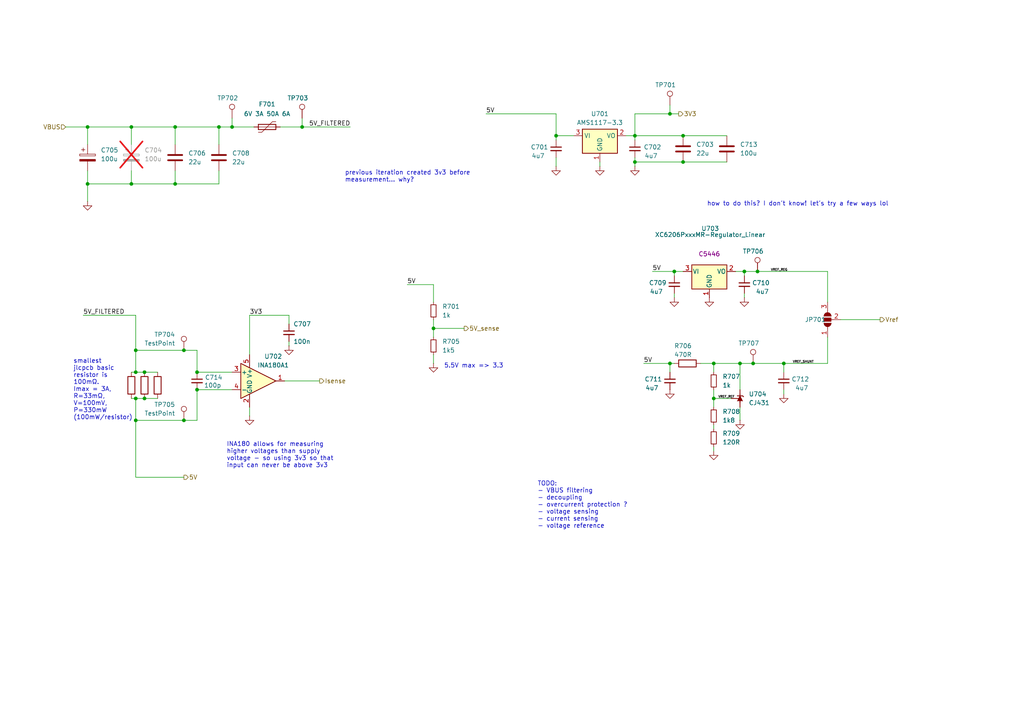
<source format=kicad_sch>
(kicad_sch (version 20231120) (generator "eeschema") (generator_version "8.0")
  (paper "A4")
  (lib_symbols
    (symbol "Amplifier_Current:INA180A1" (pin_names (offset 0.127))
      (property "Reference" "U" (at 3.81 3.81 0))
      (property "Value" "INA180A1" (at 3.81 -2.54 0))
      (symbol "INA180A1_0_1"
        (polyline (pts (xy 5.08 0) (xy -5.08 5.08) (xy -5.08 -5.08) (xy 5.08 0)) (stroke (width 0.254)) (fill (type background)))
      )
      (symbol "INA180A1_1_1"
        (pin output line (at 7.62 0 180) (length 2.54) (name "~") (number "1"))
        (pin power_in line (at -2.54 -7.62 90) (length 3.81) (name "GND") (number "2"))
        (pin input line (at -7.62 2.54 0) (length 2.54) (name "+") (number "3"))
        (pin input line (at -7.62 -2.54 0) (length 2.54) (name "-") (number "4"))
        (pin power_in line (at -2.54 7.62 270) (length 3.81) (name "V+") (number "5"))
      )
    )
    (symbol "Connector:TestPoint" (pin_numbers hide) (pin_names (offset 0.762) hide)
      (property "Reference" "TP" (at 0 6.858 0))
      (property "Value" "TestPoint" (at 0 5.08 0))
      (symbol "TestPoint_0_1"
        (circle (center 0 3.302) (radius 0.762))
      )
      (symbol "TestPoint_1_1"
        (pin passive line (at 0 0 90) (length 2.54) (name "1") (number "1"))
      )
    )
    (symbol "Device:C" (pin_numbers hide) (pin_names (offset 0.254))
      (property "Reference" "C" (at 0.635 2.54 0))
      (property "Value" "C" (at 0.635 -2.54 0))
      (symbol "C_0_1"
        (polyline (pts (xy -2.032 -0.762) (xy 2.032 -0.762)) (stroke (width 0.508)))
        (polyline (pts (xy -2.032 0.762) (xy 2.032 0.762)) (stroke (width 0.508)))
      )
      (symbol "C_1_1"
        (pin passive line (at 0 3.81 270) (length 2.794) (name "~") (number "1"))
        (pin passive line (at 0 -3.81 90) (length 2.794) (name "~") (number "2"))
      )
    )
    (symbol "Device:C_Polarized" (pin_numbers hide) (pin_names (offset 0.254))
      (property "Reference" "C" (at 0.635 2.54 0))
      (property "Value" "C_Polarized" (at 0.635 -2.54 0))
      (symbol "C_Polarized_0_1"
        (rectangle (start -2.286 0.508) (end 2.286 1.016))
        (polyline (pts (xy -1.778 2.286) (xy -0.762 2.286)))
        (polyline (pts (xy -1.27 2.794) (xy -1.27 1.778)))
        (rectangle (start 2.286 -0.508) (end -2.286 -1.016) (fill (type outline)))
      )
      (symbol "C_Polarized_1_1"
        (pin passive line (at 0 3.81 270) (length 2.794) (name "~") (number "1"))
        (pin passive line (at 0 -3.81 90) (length 2.794) (name "~") (number "2"))
      )
    )
    (symbol "Device:C_Small" (pin_numbers hide) (pin_names (offset 0.254) hide)
      (property "Reference" "C" (at 0.254 1.778 0))
      (property "Value" "C_Small" (at 0.254 -2.032 0))
      (symbol "C_Small_0_1"
        (polyline (pts (xy -1.524 -0.508) (xy 1.524 -0.508)) (stroke (width 0.3302)))
        (polyline (pts (xy -1.524 0.508) (xy 1.524 0.508)) (stroke (width 0.3048)))
      )
      (symbol "C_Small_1_1"
        (pin passive line (at 0 2.54 270) (length 2.032) (name "~") (number "1"))
        (pin passive line (at 0 -2.54 90) (length 2.032) (name "~") (number "2"))
      )
    )
    (symbol "Device:Polyfuse" (pin_numbers hide) (pin_names (offset 0))
      (property "Reference" "F" (at -2.54 0 90))
      (property "Value" "Polyfuse" (at 2.54 0 90))
      (symbol "Polyfuse_0_1"
        (rectangle (start -0.762 2.54) (end 0.762 -2.54) (stroke (width 0.254)))
        (polyline (pts (xy 0 2.54) (xy 0 -2.54)))
        (polyline (pts (xy -1.524 2.54) (xy -1.524 1.524) (xy 1.524 -1.524) (xy 1.524 -2.54)))
      )
      (symbol "Polyfuse_1_1"
        (pin passive line (at 0 3.81 270) (length 1.27) (name "~") (number "1"))
        (pin passive line (at 0 -3.81 90) (length 1.27) (name "~") (number "2"))
      )
    )
    (symbol "Device:R" (pin_numbers hide) (pin_names (offset 0))
      (property "Reference" "R" (at 2.032 0 90))
      (property "Value" "R" (at 0 0 90))
      (symbol "R_0_1"
        (rectangle (start -1.016 -2.54) (end 1.016 2.54) (stroke (width 0.254)))
      )
      (symbol "R_1_1"
        (pin passive line (at 0 3.81 270) (length 1.27) (name "~") (number "1"))
        (pin passive line (at 0 -3.81 90) (length 1.27) (name "~") (number "2"))
      )
    )
    (symbol "Device:R_Small" (pin_numbers hide) (pin_names (offset 0.254) hide)
      (property "Reference" "R" (at 0.762 0.508 0))
      (property "Value" "R_Small" (at 0.762 -1.016 0))
      (symbol "R_Small_0_1"
        (rectangle (start -0.762 1.778) (end 0.762 -1.778) (stroke (width 0.2032)))
      )
      (symbol "R_Small_1_1"
        (pin passive line (at 0 2.54 270) (length 0.762) (name "~") (number "1"))
        (pin passive line (at 0 -2.54 90) (length 0.762) (name "~") (number "2"))
      )
    )
    (symbol "Jumper:SolderJumper_3_Open" (pin_names (offset 0) hide)
      (property "Reference" "JP" (at -2.54 -2.54 0))
      (property "Value" "SolderJumper_3_Open" (at 0 2.794 0))
      (symbol "SolderJumper_3_Open_0_1"
        (arc (start -1.016 1.016) (mid -2.0276 0) (end -1.016 -1.016))
        (arc (start -1.016 1.016) (mid -2.0276 0) (end -1.016 -1.016) (fill (type outline)))
        (rectangle (start -0.508 1.016) (end 0.508 -1.016) (fill (type outline)))
        (polyline (pts (xy -2.54 0) (xy -2.032 0)))
        (polyline (pts (xy -1.016 1.016) (xy -1.016 -1.016)))
        (polyline (pts (xy 0 -1.27) (xy 0 -1.016)))
        (polyline (pts (xy 1.016 1.016) (xy 1.016 -1.016)))
        (polyline (pts (xy 2.54 0) (xy 2.032 0)))
        (arc (start 1.016 -1.016) (mid 2.0276 0) (end 1.016 1.016))
        (arc (start 1.016 -1.016) (mid 2.0276 0) (end 1.016 1.016) (fill (type outline)))
      )
      (symbol "SolderJumper_3_Open_1_1"
        (pin passive line (at -5.08 0 0) (length 2.54) (name "A") (number "1"))
        (pin passive line (at 0 -3.81 90) (length 2.54) (name "C") (number "2"))
        (pin passive line (at 5.08 0 180) (length 2.54) (name "B") (number "3"))
      )
    )
    (symbol "Reference_Voltage:TL431DBZ" (pin_numbers hide) (pin_names hide)
      (property "Reference" "U" (at -2.54 2.54 0))
      (property "Value" "TL431DBZ" (at 0 -2.54 0))
      (symbol "TL431DBZ_0_1"
        (polyline (pts (xy -1.27 0) (xy 0 0) (xy 1.27 0)))
        (polyline (pts (xy -0.762 0.762) (xy 0.762 0) (xy -0.762 -0.762)) (fill (type outline)))
        (polyline (pts (xy 0.508 -1.016) (xy 0.762 -0.762) (xy 0.762 0.762) (xy 0.762 0.762)) (stroke (width 0.254)))
      )
      (symbol "TL431DBZ_1_1"
        (pin passive line (at 2.54 0 180) (length 2.54) (name "K") (number "1"))
        (pin passive line (at 0 2.54 270) (length 2.54) (name "REF") (number "2"))
        (pin passive line (at -2.54 0 0) (length 2.54) (name "A") (number "3"))
      )
    )
    (symbol "Regulator_Linear:AMS1117-3.3"
      (property "Reference" "U" (at -3.81 3.175 0))
      (property "Value" "AMS1117-3.3" (at 0 3.175 0))
      (symbol "AMS1117-3.3_0_1"
        (rectangle (start -5.08 -5.08) (end 5.08 1.905) (stroke (width 0.254)) (fill (type background)))
      )
      (symbol "AMS1117-3.3_1_1"
        (pin power_in line (at 0 -7.62 90) (length 2.54) (name "GND") (number "1"))
        (pin power_out line (at 7.62 0 180) (length 2.54) (name "VO") (number "2"))
        (pin power_in line (at -7.62 0 0) (length 2.54) (name "VI") (number "3"))
      )
    )
    (symbol "kicad-keyboard-parts:XC6206PxxxMR-Regulator_Linear" (pin_names (offset 0.254))
      (property "Reference" "U4" (at 0.254 12.446 0))
      (property "Value" "XC6206PxxxMR-Regulator_Linear" (at 0.254 10.668 0))
      (property "LCSC" "C5446" (at 0 5.08 0))
      (symbol "XC6206PxxxMR-Regulator_Linear_0_1"
        (rectangle (start -5.08 1.905) (end 5.08 -5.08) (stroke (width 0.254)) (fill (type background)))
      )
      (symbol "XC6206PxxxMR-Regulator_Linear_1_1"
        (pin power_in line (at 0 -7.62 90) (length 2.54) (name "GND") (number "1"))
        (pin power_out line (at 7.62 0 180) (length 2.54) (name "VO") (number "2"))
        (pin power_in line (at -7.62 0 0) (length 2.54) (name "VI") (number "3"))
      )
    )
    (symbol "power:GND" (power) (pin_numbers hide) (pin_names (offset 0) hide)
      (property "Value" "GND" (at 0 -3.81 0))
      (symbol "GND_0_1"
        (polyline (pts (xy 0 0) (xy 0 -1.27) (xy 1.27 -1.27) (xy 0 -2.54) (xy -1.27 -1.27) (xy 0 -1.27)))
      )
      (symbol "GND_1_1"
        (pin power_in line (at 0 0 270) (length 0) (name "~") (number "1"))
      )
    )
  )
  (junction (at 39.37 115.57))
  (junction (at 207.01 115.57))
  (junction (at 214.63 105.41))
  (junction (at 184.15 46.99))
  (junction (at 194.31 105.41))
  (junction (at 41.91 115.57))
  (junction (at 57.15 113.03))
  (junction (at 161.29 39.37))
  (junction (at 198.12 46.99))
  (junction (at 57.15 107.95))
  (junction (at 25.4 53.34))
  (junction (at 50.8 53.34))
  (junction (at 38.1 36.83))
  (junction (at 41.91 107.95))
  (junction (at 39.37 101.6))
  (junction (at 50.8 36.83))
  (junction (at 39.37 121.92))
  (junction (at 184.15 39.37) (diameter 0.9144))
  (junction (at 219.71 78.74))
  (junction (at 63.5 36.83))
  (junction (at 67.31 36.83))
  (junction (at 25.4 36.83))
  (junction (at 195.58 78.74))
  (junction (at 218.44 105.41))
  (junction (at 207.01 105.41))
  (junction (at 125.73 95.25))
  (junction (at 194.31 33.02))
  (junction (at 53.34 121.92))
  (junction (at 38.1 53.34))
  (junction (at 39.37 107.95))
  (junction (at 198.12 39.37))
  (junction (at 215.9 78.74))
  (junction (at 227.33 105.41))
  (junction (at 53.34 101.6))
  (junction (at 87.63 36.83))
  (wire (pts (xy 194.31 33.02) (xy 196.85 33.02)))
  (wire (pts (xy 38.1 36.83) (xy 38.1 41.91)))
  (wire (pts (xy 41.91 115.57) (xy 45.72 115.57)))
  (wire (pts (xy 189.23 78.74) (xy 195.58 78.74)))
  (wire (pts (xy 39.37 91.44) (xy 24.13 91.44)))
  (wire (pts (xy 207.01 105.41) (xy 207.01 107.95)))
  (wire (pts (xy 227.33 107.95) (xy 227.33 105.41)))
  (wire (pts (xy 243.84 92.71) (xy 255.27 92.71)))
  (wire (pts (xy 53.34 101.6) (xy 57.15 101.6)))
  (wire (pts (xy 39.37 101.6) (xy 53.34 101.6)))
  (wire (pts (xy 161.29 33.02) (xy 161.29 39.37)))
  (wire (pts (xy 184.15 46.99) (xy 184.15 45.72)))
  (wire (pts (xy 214.63 105.41) (xy 218.44 105.41)))
  (wire (pts (xy 57.15 107.95) (xy 57.15 101.6)))
  (wire (pts (xy 215.9 78.74) (xy 219.71 78.74)))
  (wire (pts (xy 87.63 36.83) (xy 101.6 36.83)))
  (wire (pts (xy 38.1 115.57) (xy 39.37 115.57)))
  (wire (pts (xy 25.4 53.34) (xy 25.4 58.42)))
  (wire (pts (xy 63.5 53.34) (xy 63.5 49.53)))
  (wire (pts (xy 240.03 97.79) (xy 240.03 105.41)))
  (wire (pts (xy 125.73 97.79) (xy 125.73 95.25)))
  (wire (pts (xy 53.34 121.92) (xy 57.15 121.92)))
  (wire (pts (xy 50.8 53.34) (xy 63.5 53.34)))
  (wire (pts (xy 25.4 36.83) (xy 25.4 41.91)))
  (wire (pts (xy 125.73 92.71) (xy 125.73 95.25)))
  (wire (pts (xy 214.63 121.92) (xy 214.63 118.11)))
  (wire (pts (xy 161.29 48.26) (xy 161.29 45.72)))
  (wire (pts (xy 83.82 91.44) (xy 72.39 91.44)))
  (wire (pts (xy 173.99 48.26) (xy 173.99 46.99)))
  (wire (pts (xy 184.15 48.26) (xy 184.15 46.99)))
  (wire (pts (xy 39.37 91.44) (xy 39.37 101.6)))
  (wire (pts (xy 39.37 107.95) (xy 41.91 107.95)))
  (wire (pts (xy 240.03 87.63) (xy 240.03 78.74)))
  (wire (pts (xy 181.61 39.37) (xy 184.15 39.37)))
  (wire (pts (xy 50.8 41.91) (xy 50.8 36.83)))
  (wire (pts (xy 39.37 115.57) (xy 39.37 121.92)))
  (wire (pts (xy 39.37 115.57) (xy 41.91 115.57)))
  (wire (pts (xy 39.37 121.92) (xy 53.34 121.92)))
  (wire (pts (xy 83.82 100.33) (xy 83.82 99.06)))
  (wire (pts (xy 207.01 105.41) (xy 214.63 105.41)))
  (wire (pts (xy 125.73 82.55) (xy 125.73 87.63)))
  (wire (pts (xy 82.55 110.49) (xy 92.71 110.49)))
  (wire (pts (xy 25.4 36.83) (xy 38.1 36.83)))
  (wire (pts (xy 38.1 53.34) (xy 50.8 53.34)))
  (wire (pts (xy 198.12 46.99) (xy 210.82 46.99)))
  (wire (pts (xy 184.15 33.02) (xy 194.31 33.02)))
  (wire (pts (xy 203.2 105.41) (xy 207.01 105.41)))
  (wire (pts (xy 72.39 102.87) (xy 72.39 91.44)))
  (wire (pts (xy 67.31 34.29) (xy 67.31 36.83)))
  (wire (pts (xy 50.8 49.53) (xy 50.8 53.34)))
  (wire (pts (xy 38.1 49.53) (xy 38.1 53.34)))
  (wire (pts (xy 50.8 36.83) (xy 38.1 36.83)))
  (wire (pts (xy 207.01 115.57) (xy 212.09 115.57)))
  (wire (pts (xy 67.31 36.83) (xy 73.66 36.83)))
  (wire (pts (xy 207.01 124.46) (xy 207.01 123.19)))
  (wire (pts (xy 215.9 78.74) (xy 213.36 78.74)))
  (wire (pts (xy 63.5 41.91) (xy 63.5 36.83)))
  (wire (pts (xy 194.31 30.48) (xy 194.31 33.02)))
  (wire (pts (xy 227.33 105.41) (xy 240.03 105.41)))
  (wire (pts (xy 38.1 107.95) (xy 39.37 107.95)))
  (wire (pts (xy 118.11 82.55) (xy 125.73 82.55)))
  (wire (pts (xy 194.31 105.41) (xy 194.31 107.95)))
  (wire (pts (xy 214.63 113.03) (xy 214.63 105.41)))
  (wire (pts (xy 72.39 120.65) (xy 72.39 118.11)))
  (wire (pts (xy 215.9 80.01) (xy 215.9 78.74)))
  (wire (pts (xy 39.37 138.43) (xy 53.34 138.43)))
  (wire (pts (xy 161.29 39.37) (xy 161.29 40.64)))
  (wire (pts (xy 39.37 121.92) (xy 39.37 138.43)))
  (wire (pts (xy 67.31 107.95) (xy 57.15 107.95)))
  (wire (pts (xy 186.69 105.41) (xy 194.31 105.41)))
  (wire (pts (xy 57.15 121.92) (xy 57.15 113.03)))
  (wire (pts (xy 218.44 105.41) (xy 227.33 105.41)))
  (wire (pts (xy 195.58 78.74) (xy 195.58 80.01)))
  (wire (pts (xy 125.73 95.25) (xy 134.62 95.25)))
  (wire (pts (xy 25.4 49.53) (xy 25.4 53.34)))
  (wire (pts (xy 83.82 93.98) (xy 83.82 91.44)))
  (wire (pts (xy 184.15 33.02) (xy 184.15 39.37)))
  (wire (pts (xy 195.58 86.36) (xy 195.58 85.09)))
  (wire (pts (xy 215.9 86.36) (xy 215.9 85.09)))
  (wire (pts (xy 184.15 39.37) (xy 184.15 40.64)))
  (wire (pts (xy 184.15 46.99) (xy 198.12 46.99)))
  (wire (pts (xy 39.37 101.6) (xy 39.37 107.95)))
  (wire (pts (xy 63.5 36.83) (xy 67.31 36.83)))
  (wire (pts (xy 207.01 113.03) (xy 207.01 115.57)))
  (wire (pts (xy 87.63 34.29) (xy 87.63 36.83)))
  (wire (pts (xy 219.71 78.74) (xy 240.03 78.74)))
  (wire (pts (xy 41.91 107.95) (xy 45.72 107.95)))
  (wire (pts (xy 140.97 33.02) (xy 161.29 33.02)))
  (wire (pts (xy 207.01 115.57) (xy 207.01 118.11)))
  (wire (pts (xy 19.05 36.83) (xy 25.4 36.83)))
  (wire (pts (xy 194.31 105.41) (xy 195.58 105.41)))
  (wire (pts (xy 161.29 39.37) (xy 166.37 39.37)))
  (wire (pts (xy 198.12 39.37) (xy 210.82 39.37)))
  (wire (pts (xy 25.4 53.34) (xy 38.1 53.34)))
  (wire (pts (xy 125.73 102.87) (xy 125.73 105.41)))
  (wire (pts (xy 184.15 39.37) (xy 198.12 39.37)))
  (wire (pts (xy 195.58 78.74) (xy 198.12 78.74)))
  (wire (pts (xy 207.01 130.81) (xy 207.01 129.54)))
  (wire (pts (xy 227.33 114.3) (xy 227.33 113.03)))
  (wire (pts (xy 63.5 36.83) (xy 50.8 36.83)))
  (wire (pts (xy 57.15 113.03) (xy 67.31 113.03)))
  (wire (pts (xy 81.28 36.83) (xy 87.63 36.83)))
  (text_box "smallest jlcpcb basic resistor is 100mΩ.\nImax = 3A, R=33mΩ, V=100mV, P=330mW (100mW/resistor)" (at 20.32 102.87 0) (size 13.97 17.78) (stroke (width -0.0001)) (effects (font (size 1.27 1.27)) (justify left top)))
  (text_box "INA180 allows for measuring higher voltages than supply voltage - so using 3v3 so that input can never be above 3v3" (at 64.77 127 0) (size 35.56 19.05) (stroke (width -0.0001)) (effects (font (size 1.27 1.27)) (justify left top)))
  (text_box "previous iteration created 3v3 before measurement… why?" (at 99.06 48.26 0) (size 40.64 19.05) (stroke (width -0.0001)) (effects (font (size 1.27 1.27)) (justify left top)))
  (text_box "TODO:\n- VBUS filtering\n- decoupling\n- overcurrent protection ?\n- voltage sensing\n- current sensing\n- voltage reference" (at 154.94 138.43 0) (size 35.56 19.05) (stroke (width -0.0001)) (effects (font (size 1.27 1.27)) (justify left top)))
  (text "5.5V max => 3.3" (at 137.414 106.172 0) (effects (font (size 1.27 1.27))))
  (text "how to do this? I don't know! let's try a few ways lol" (at 231.394 59.182 0) (effects (font (size 1.27 1.27))))
  (label "5V" (at 189.23 78.74 0))
  (label "5V_FILTERED" (at 24.13 91.44 0))
  (label "VREF_REG" (at 223.52 78.74 0) (effects (font (size 0.65 0.65))))
  (label "VREF_SHUNT" (at 229.87 105.41 0) (effects (font (size 0.65 0.65))))
  (label "5V" (at 186.69 105.41 0))
  (label "5V" (at 140.97 33.02 0))
  (label "5V_FILTERED" (at 101.6 36.83 180))
  (label "5V" (at 118.11 82.55 0))
  (label "VREF_REF" (at 208.28 115.57 0) (effects (font (size 0.65 0.65))))
  (label "3V3" (at 72.39 91.44 0))
  (hierarchical_label "Vref" (shape output) (at 255.27 92.71 0))
  (hierarchical_label "VBUS" (shape input) (at 19.05 36.83 180))
  (hierarchical_label "Isense" (shape output) (at 92.71 110.49 0))
  (hierarchical_label "5V" (shape output) (at 53.34 138.43 0))
  (hierarchical_label "5V_sense" (shape output) (at 134.62 95.25 0))
  (hierarchical_label "3V3" (shape output) (at 196.85 33.02 0))
  (symbol (lib_id "Device:C_Small") (at 227.33 110.49 0) (mirror y) (unit 1)
    (property "Reference" "C712" (at 234.696 109.982 0) (effects (justify left)))
    (property "Value" "4u7" (at 234.442 112.522 0) (effects (justify left)))
    (property "Footprint" "Capacitor_SMD:C_0805_2012Metric" (effects (hide yes)))
    (property "LCSC" "C1779" (effects (hide yes)))
  )
  (symbol (lib_id "Device:R") (at 199.39 105.41 270) (unit 1)
    (property "Reference" "R706" (at 200.66 100.3299 90) (effects (justify right)))
    (property "Value" "470R" (at 200.66 102.8699 90) (effects (justify right)))
    (property "Footprint" "Resistor_SMD:R_0603_1608Metric" (effects (hide yes)))
    (property "Description" "Resistor" (effects (hide yes)))
    (property "LCSC" "C23179" (effects (hide yes)))
  )
  (symbol (lib_id "power:GND") (at 214.63 121.92 0) (unit 1)
    (property "Reference" "#PWR0708" (effects (hide yes)))
    (property "Value" "GND" (effects (hide yes)))
    (property "Description" "Power symbol creates a global label with name \"GND\" , ground" (effects (hide yes)))
  )
  (symbol (lib_id "Amplifier_Current:INA180A1") (at 74.93 110.49 0) (unit 1) (in_bom no)
    (property "Reference" "U702" (at 79.248 103.378 0))
    (property "Value" "INA180A1" (at 79.248 105.918 0))
    (property "Footprint" "Package_TO_SOT_SMD:SOT-23-5" (effects (hide yes)))
    (property "Datasheet" "http://www.ti.com/lit/ds/symlink/ina180.pdf" (effects (hide yes)))
    (property "Description" "Current Sense Amplifier, 1 Circuit, Rail-to-Rail, 26V, Gain 20 V/V, SOT-23-5" (effects (hide yes)))
    (property "LCSC" "C122228" (effects (hide yes)))
  )
  (symbol (lib_id "Device:C") (at 198.12 43.18 0) (unit 1)
    (property "Reference" "C703" (at 201.93 41.9099 0) (effects (justify left)))
    (property "Value" "22u" (at 201.93 44.4499 0) (effects (justify left)))
    (property "Footprint" "Capacitor_SMD:C_0805_2012Metric" (effects (hide yes)))
    (property "Description" "Unpolarized capacitor" (effects (hide yes)))
    (property "LCSC" "C45783" (effects (hide yes)))
  )
  (symbol (lib_id "Device:C_Small") (at 57.15 110.49 0) (unit 1)
    (property "Reference" "C714" (at 59.436 109.474 0) (effects (justify left)))
    (property "Value" "100p" (at 59.182 111.76 0) (effects (justify left)))
    (property "Footprint" "Capacitor_SMD:C_0402_1005Metric" (effects (hide yes)))
    (property "LCSC" "C1546" (effects (hide yes)))
  )
  (symbol (lib_id "Connector:TestPoint") (at 194.31 30.48 0) (unit 1) (in_bom no)
    (property "Reference" "TP701" (at 196.088 24.638 0) (effects (justify right)))
    (property "Value" "TestPoint" (effects (hide yes)))
    (property "Footprint" "TestPoint:TestPoint_Pad_D1.0mm" (effects (hide yes)))
    (property "Description" "test point" (effects (hide yes)))
  )
  (symbol (lib_id "Reference_Voltage:TL431DBZ") (at 214.63 115.57 90) (unit 1)
    (property "Reference" "U704" (at 217.17 114.2999 90) (effects (justify right)))
    (property "Value" "CJ431" (at 217.17 116.8399 90) (effects (justify right)))
    (property "Footprint" "Package_TO_SOT_SMD:SOT-23" (effects (hide yes)))
    (property "Datasheet" "http://www.ti.com/lit/ds/symlink/tl431.pdf" (effects (hide yes)))
    (property "Description" "Shunt Regulator, SOT-23" (effects (hide yes)))
    (property "LCSC" "C3113" (effects (hide yes)))
  )
  (symbol (lib_id "power:GND") (at 72.39 120.65 0) (unit 1)
    (property "Reference" "#PWR0707" (effects (hide yes)))
    (property "Value" "GND" (effects (hide yes)))
    (property "Description" "Power symbol creates a global label with name \"GND\" , ground" (effects (hide yes)))
  )
  (symbol (lib_id "Connector:TestPoint") (at 87.63 34.29 0) (unit 1) (in_bom no)
    (property "Reference" "TP703" (at 89.408 28.448 0) (effects (justify right)))
    (property "Value" "TestPoint" (effects (hide yes)))
    (property "Footprint" "TestPoint:TestPoint_Pad_D1.0mm" (effects (hide yes)))
    (property "Description" "test point" (effects (hide yes)))
  )
  (symbol (lib_id "Device:R_Small") (at 207.01 110.49 0) (unit 1)
    (property "Reference" "R707" (at 209.55 109.2199 0) (effects (justify left)))
    (property "Value" "1k" (at 209.55 111.7599 0) (effects (justify left)))
    (property "Footprint" "Resistor_SMD:R_0402_1005Metric" (effects (hide yes)))
    (property "LCSC" "C11702" (effects (hide yes)))
  )
  (symbol (lib_id "Device:R") (at 41.91 111.76 0) (mirror y) (unit 1)
    (property "Reference" "R703" (effects (hide yes)))
    (property "Value" "100mΩ" (effects (hide yes)))
    (property "Footprint" "Resistor_SMD:R_1206_3216Metric" (effects (hide yes)))
    (property "Description" "Resistor" (effects (hide yes)))
    (property "LCSC" "C25334" (effects (hide yes)))
  )
  (symbol (lib_id "power:GND") (at 215.9 86.36 0) (unit 1)
    (property "Reference" "#PWR0710" (effects (hide yes)))
    (property "Value" "GND" (effects (hide yes)))
    (property "Description" "Power symbol creates a global label with name \"GND\" , ground" (effects (hide yes)))
  )
  (symbol (lib_id "Jumper:SolderJumper_3_Open") (at 240.03 92.71 90) (unit 1) (in_bom no)
    (property "Reference" "JP701" (at 236.474 92.71 90))
    (property "Value" "SolderJumper_3_Open" (effects (hide yes)))
    (property "Footprint" "led-matrix:SolderJumper-3_Open_RoundedPad_Smol" (effects (hide yes)))
    (property "Description" "Solder Jumper, 3-pole, open" (effects (hide yes)))
  )
  (symbol (lib_id "Device:R_Small") (at 125.73 90.17 0) (unit 1)
    (property "Reference" "R701" (at 128.27 88.8999 0) (effects (justify left)))
    (property "Value" "1k" (at 128.27 91.4399 0) (effects (justify left)))
    (property "Footprint" "Resistor_SMD:R_0402_1005Metric" (effects (hide yes)))
    (property "LCSC" "C11702" (effects (hide yes)))
  )
  (symbol (lib_id "Device:R_Small") (at 207.01 127 0) (unit 1)
    (property "Reference" "R709" (at 209.55 125.7299 0) (effects (justify left)))
    (property "Value" "120R" (at 209.55 128.2699 0) (effects (justify left)))
    (property "Footprint" "Resistor_SMD:R_0402_1005Metric" (effects (hide yes)))
    (property "LCSC" "C25079" (effects (hide yes)))
  )
  (symbol (lib_id "Connector:TestPoint") (at 67.31 34.29 0) (unit 1) (in_bom no)
    (property "Reference" "TP702" (at 69.088 28.448 0) (effects (justify right)))
    (property "Value" "TestPoint" (effects (hide yes)))
    (property "Footprint" "TestPoint:TestPoint_Pad_D1.0mm" (effects (hide yes)))
    (property "Description" "test point" (effects (hide yes)))
  )
  (symbol (lib_id "Regulator_Linear:AMS1117-3.3") (at 173.99 39.37 0) (unit 1)
    (property "Reference" "U701" (at 173.99 33.02 0))
    (property "Value" "AMS1117-3.3" (at 173.99 35.56 0))
    (property "Footprint" "Package_TO_SOT_SMD:SOT-223-3_TabPin2" (effects (hide yes)))
    (property "Datasheet" "http://www.advanced-monolithic.com/pdf/ds1117.pdf" (effects (hide yes)))
    (property "Description" "1A Low Dropout regulator, positive, 3.3V fixed output, SOT-223" (effects (hide yes)))
    (property "LCSC" "C6186" (effects (hide yes)))
  )
  (symbol (lib_id "power:GND") (at 184.15 48.26 0) (unit 1)
    (property "Reference" "#PWR0703" (effects (hide yes)))
    (property "Value" "GND" (effects (hide yes)))
    (property "Description" "Power symbol creates a global label with name \"GND\" , ground" (effects (hide yes)))
  )
  (symbol (lib_id "Device:C") (at 50.8 45.72 0) (unit 1)
    (property "Reference" "C706" (at 54.61 44.4499 0) (effects (justify left)))
    (property "Value" "22u" (at 54.61 46.9899 0) (effects (justify left)))
    (property "Footprint" "Capacitor_SMD:C_0805_2012Metric" (effects (hide yes)))
    (property "Description" "Unpolarized capacitor" (effects (hide yes)))
    (property "LCSC" "C45783" (effects (hide yes)))
  )
  (symbol (lib_id "Device:C_Small") (at 184.15 43.18 0) (unit 1)
    (property "Reference" "C702" (at 186.69 42.672 0) (effects (justify left)))
    (property "Value" "4u7" (at 186.944 45.212 0) (effects (justify left)))
    (property "Footprint" "Capacitor_SMD:C_0805_2012Metric" (effects (hide yes)))
    (property "LCSC" "C1779" (effects (hide yes)))
  )
  (symbol (lib_id "Device:C_Small") (at 161.29 43.18 0) (unit 1)
    (property "Reference" "C701" (at 153.924 42.672 0) (effects (justify left)))
    (property "Value" "4u7" (at 154.178 45.212 0) (effects (justify left)))
    (property "Footprint" "Capacitor_SMD:C_0805_2012Metric" (effects (hide yes)))
    (property "LCSC" "C1779" (effects (hide yes)))
  )
  (symbol (lib_id "Device:C_Small") (at 195.58 82.55 0) (unit 1)
    (property "Reference" "C709" (at 188.214 82.042 0) (effects (justify left)))
    (property "Value" "4u7" (at 188.468 84.582 0) (effects (justify left)))
    (property "Footprint" "Capacitor_SMD:C_0805_2012Metric" (effects (hide yes)))
    (property "LCSC" "C1779" (effects (hide yes)))
  )
  (symbol (lib_id "Connector:TestPoint") (at 53.34 121.92 0) (unit 1) (in_bom no)
    (property "Reference" "TP705" (at 50.8 117.3479 0) (effects (justify right)))
    (property "Value" "TestPoint" (at 50.8 119.8879 0) (effects (justify right)))
    (property "Footprint" "TestPoint:TestPoint_Pad_D1.0mm" (effects (hide yes)))
    (property "Description" "test point" (effects (hide yes)))
  )
  (symbol (lib_id "power:GND") (at 207.01 130.81 0) (unit 1)
    (property "Reference" "#PWR0713" (effects (hide yes)))
    (property "Value" "GND" (effects (hide yes)))
    (property "Description" "Power symbol creates a global label with name \"GND\" , ground" (effects (hide yes)))
  )
  (symbol (lib_id "Device:C_Small") (at 194.31 110.49 0) (unit 1)
    (property "Reference" "C711" (at 186.944 109.982 0) (effects (justify left)))
    (property "Value" "4u7" (at 187.198 112.522 0) (effects (justify left)))
    (property "Footprint" "Capacitor_SMD:C_0805_2012Metric" (effects (hide yes)))
    (property "LCSC" "C1779" (effects (hide yes)))
  )
  (symbol (lib_id "power:GND") (at 125.73 105.41 0) (unit 1)
    (property "Reference" "#PWR0706" (effects (hide yes)))
    (property "Value" "GND" (effects (hide yes)))
    (property "Description" "Power symbol creates a global label with name \"GND\" , ground" (effects (hide yes)))
  )
  (symbol (lib_id "Connector:TestPoint") (at 218.44 105.41 0) (unit 1) (in_bom no)
    (property "Reference" "TP707" (at 220.218 99.568 0) (effects (justify right)))
    (property "Value" "TestPoint" (effects (hide yes)))
    (property "Footprint" "TestPoint:TestPoint_Pad_D1.0mm" (effects (hide yes)))
    (property "Description" "test point" (effects (hide yes)))
  )
  (symbol (lib_id "power:GND") (at 205.74 86.36 0) (unit 1)
    (property "Reference" "#PWR0711" (effects (hide yes)))
    (property "Value" "GND" (effects (hide yes)))
    (property "Description" "Power symbol creates a global label with name \"GND\" , ground" (effects (hide yes)))
  )
  (symbol (lib_id "Device:R_Small") (at 125.73 100.33 0) (unit 1)
    (property "Reference" "R705" (at 128.27 99.0599 0) (effects (justify left)))
    (property "Value" "1k5" (at 128.27 101.5999 0) (effects (justify left)))
    (property "Footprint" "Resistor_SMD:R_0402_1005Metric" (effects (hide yes)))
    (property "LCSC" "C25867" (effects (hide yes)))
  )
  (symbol (lib_id "Device:C") (at 210.82 43.18 0) (unit 1)
    (property "Reference" "C713" (at 214.63 41.9099 0) (effects (justify left)))
    (property "Value" "100u" (at 214.63 44.4499 0) (effects (justify left)))
    (property "Footprint" "Capacitor_SMD:C_1206_3216Metric" (effects (hide yes)))
    (property "Description" "Unpolarized capacitor" (effects (hide yes)))
    (property "LCSC" "C15008" (effects (hide yes)))
  )
  (symbol (lib_id "kicad-keyboard-parts:XC6206PxxxMR-Regulator_Linear") (at 205.74 78.74 0) (unit 1)
    (property "Reference" "U703" (at 205.994 66.294 0))
    (property "Value" "XC6206PxxxMR-Regulator_Linear" (at 205.994 68.072 0))
    (property "Footprint" "Package_TO_SOT_SMD:SOT-23" (effects (hide yes)))
    (property "Datasheet" "https://www.torexsemi.com/file/xc6206/XC6206.pdf" (effects (hide yes)))
    (property "LCSC" "C5446" (at 205.74 73.66 0))
  )
  (symbol (lib_id "power:GND") (at 25.4 58.42 0) (unit 1)
    (property "Reference" "#PWR0704" (effects (hide yes)))
    (property "Value" "GND" (effects (hide yes)))
    (property "Description" "Power symbol creates a global label with name \"GND\" , ground" (effects (hide yes)))
  )
  (symbol (lib_id "Device:C_Small") (at 83.82 96.52 0) (unit 1)
    (property "Reference" "C707" (at 85.09 93.9799 0) (effects (justify left)))
    (property "Value" "100n" (at 85.09 99.0599 0) (effects (justify left)))
    (property "Footprint" "Capacitor_SMD:C_0402_1005Metric" (effects (hide yes)))
    (property "LCSC" "C1525" (effects (hide yes)))
  )
  (symbol (lib_id "power:GND") (at 227.33 114.3 0) (unit 1)
    (property "Reference" "#PWR0714" (effects (hide yes)))
    (property "Value" "GND" (effects (hide yes)))
    (property "Description" "Power symbol creates a global label with name \"GND\" , ground" (effects (hide yes)))
  )
  (symbol (lib_id "power:GND") (at 194.31 113.03 0) (unit 1)
    (property "Reference" "#PWR0709" (effects (hide yes)))
    (property "Value" "GND" (effects (hide yes)))
    (property "Description" "Power symbol creates a global label with name \"GND\" , ground" (effects (hide yes)))
  )
  (symbol (lib_id "power:GND") (at 161.29 48.26 0) (unit 1)
    (property "Reference" "#PWR0701" (effects (hide yes)))
    (property "Value" "GND" (effects (hide yes)))
    (property "Description" "Power symbol creates a global label with name \"GND\" , ground" (effects (hide yes)))
  )
  (symbol (lib_id "power:GND") (at 83.82 100.33 0) (unit 1)
    (property "Reference" "#PWR0705" (effects (hide yes)))
    (property "Value" "GND" (effects (hide yes)))
    (property "Description" "Power symbol creates a global label with name \"GND\" , ground" (effects (hide yes)))
  )
  (symbol (lib_id "Device:C_Small") (at 215.9 82.55 0) (mirror y) (unit 1)
    (property "Reference" "C710" (at 223.266 82.042 0) (effects (justify left)))
    (property "Value" "4u7" (at 223.012 84.582 0) (effects (justify left)))
    (property "Footprint" "Capacitor_SMD:C_0805_2012Metric" (effects (hide yes)))
    (property "LCSC" "C1779" (effects (hide yes)))
  )
  (symbol (lib_id "Device:C") (at 63.5 45.72 0) (unit 1)
    (property "Reference" "C708" (at 67.31 44.4499 0) (effects (justify left)))
    (property "Value" "22u" (at 67.31 46.9899 0) (effects (justify left)))
    (property "Footprint" "Capacitor_SMD:C_0805_2012Metric" (effects (hide yes)))
    (property "Description" "Unpolarized capacitor" (effects (hide yes)))
    (property "LCSC" "C45783" (effects (hide yes)))
  )
  (symbol (lib_id "Device:C_Polarized") (at 25.4 45.72 0) (unit 1) (in_bom no)
    (property "Reference" "C705" (at 29.21 43.5609 0) (effects (justify left)))
    (property "Value" "100u" (at 29.21 46.1009 0) (effects (justify left)))
    (property "Footprint" "Capacitor_SMD:CP_Elec_6.3x7.7" (effects (hide yes)))
    (property "Description" "Polarized capacitor" (effects (hide yes)))
  )
  (symbol (lib_id "Device:Polyfuse") (at 77.47 36.83 270) (unit 1)
    (property "Reference" "F701" (at 77.47 30.226 90))
    (property "Value" "6V 3A 50A 6A" (at 77.47 33.02 90))
    (property "Footprint" "Fuse:Fuse_1210_3225Metric_Pad1.42x2.65mm_HandSolder" (effects (hide yes)))
    (property "Description" "Resettable fuse, polymeric positive temperature coefficient" (effects (hide yes)))
    (property "LCSC" "C2844234" (effects (hide yes)))
  )
  (symbol (lib_id "power:GND") (at 173.99 48.26 0) (unit 1)
    (property "Reference" "#PWR0702" (effects (hide yes)))
    (property "Value" "GND" (effects (hide yes)))
    (property "Description" "Power symbol creates a global label with name \"GND\" , ground" (effects (hide yes)))
  )
  (symbol (lib_id "Device:R_Small") (at 207.01 120.65 0) (unit 1)
    (property "Reference" "R708" (at 209.55 119.3799 0) (effects (justify left)))
    (property "Value" "1k8" (at 209.55 121.9199 0) (effects (justify left)))
    (property "Footprint" "Resistor_SMD:R_0603_1608Metric" (effects (hide yes)))
    (property "LCSC" "C4177" (effects (hide yes)))
  )
  (symbol (lib_id "Device:R") (at 38.1 111.76 0) (mirror y) (unit 1)
    (property "Reference" "R702" (effects (hide yes)))
    (property "Value" "100mΩ" (effects (hide yes)))
    (property "Footprint" "Resistor_SMD:R_1206_3216Metric" (effects (hide yes)))
    (property "Description" "Resistor" (effects (hide yes)))
    (property "LCSC" "C25334" (effects (hide yes)))
  )
  (symbol (lib_id "Connector:TestPoint") (at 219.71 78.74 0) (unit 1) (in_bom no)
    (property "Reference" "TP706" (at 221.488 72.898 0) (effects (justify right)))
    (property "Value" "TestPoint" (effects (hide yes)))
    (property "Footprint" "TestPoint:TestPoint_Pad_D1.0mm" (effects (hide yes)))
    (property "Description" "test point" (effects (hide yes)))
  )
  (symbol (lib_id "power:GND") (at 195.58 86.36 0) (unit 1)
    (property "Reference" "#PWR0712" (effects (hide yes)))
    (property "Value" "GND" (effects (hide yes)))
    (property "Description" "Power symbol creates a global label with name \"GND\" , ground" (effects (hide yes)))
  )
  (symbol (lib_id "Device:C_Polarized") (at 38.1 45.72 0) (unit 1) (in_bom no) (on_board no) (dnp yes)
    (property "Reference" "C704" (at 41.91 43.5609 0) (effects (justify left)))
    (property "Value" "100u" (at 41.91 46.1009 0) (effects (justify left)))
    (property "Footprint" "Capacitor_Tantalum_SMD:CP_EIA-3528-15_AVX-H" (effects (hide yes)))
    (property "Description" "Polarized capacitor" (effects (hide yes)))
    (property "LCSC" "C16133" (effects (hide yes)))
  )
  (symbol (lib_id "Device:R") (at 45.72 111.76 0) (mirror y) (unit 1)
    (property "Reference" "R704" (effects (hide yes)))
    (property "Value" "100mΩ" (effects (hide yes)))
    (property "Footprint" "Resistor_SMD:R_1206_3216Metric" (effects (hide yes)))
    (property "Description" "Resistor" (effects (hide yes)))
    (property "LCSC" "C25334" (effects (hide yes)))
  )
  (symbol (lib_id "Connector:TestPoint") (at 53.34 101.6 0) (unit 1) (in_bom no) (on_board no)
    (property "Reference" "TP704" (at 50.8 97.0279 0) (effects (justify right)))
    (property "Value" "TestPoint" (at 50.8 99.5679 0) (effects (justify right)))
    (property "Footprint" "TestPoint:TestPoint_Pad_D1.0mm" (effects (hide yes)))
    (property "Description" "test point" (effects (hide yes)))
  )
)
</source>
